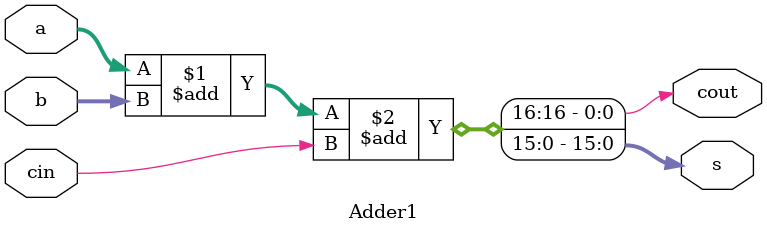
<source format=v>
module ALU(Ain,Bin,ALUop,out,stat);
  input [15:0]      Ain, Bin;
  input [1:0]       ALUop;
  output reg [15:0] out;
  output reg [2:0]  stat;

  wire              aovf, sovf;
  wire [15:0]       added, subbed;

  AddSub #(16) Add(Ain,Bin,1'b0,added,aovf);
  AddSub #(16) Sub(Ain,Bin,1'b1,subbed,sovf) ;

  always @(*) begin
    case (ALUop)
      2'b00: out = added;
      2'b01: out = subbed;
      2'b10: out = Ain & Bin;
      2'b11: out = ~Bin;
      default: out = 0;
    endcase
    casex (out)
      16'b0000000000000000: stat[1:0] = 2'b01; // Zero
      16'b1xxxxxxxxxxxxxxx: stat[1:0] = 2'b10; // Negative
      16'b0xxxxxxxxxxxxxxx: stat[1:0] = 2'b00; // Positive
      default: stat[1:0] = 2'b00;
    endcase
    casex ({aovf,sovf})
      2'b00: stat[2] = 1'b0;
      2'b1x: stat[2] = 1'b1; // Add Overflow
      2'bx1: stat[2] = 1'b1; // Sub Overflow
      default: stat[2] = 1'b0;
    endcase
  end
endmodule

// add a+b or subtract a-b, check for overflow
module AddSub(a,b,sub,s,ovf) ;
  parameter n = 16 ;
  input [n-1:0]     a, b ;
  input             sub ;             // subtract if sub=1, otherwise add
  output [n-1:0]    s ;
  output            ovf ;             // 1 if overflow
  wire              c1, c2 ;          // carry out of last two bits
  wire              ovf = c1 ^ c2 ;   // overflow if signs don't match

  // add non sign bits
  Adder1 #(n-1) ai(a[n-2:0],b[n-2:0]^{n-1{sub}},sub,c1,s[n-2:0]) ;
  // add sign bits
  Adder1 #(1)   as(a[n-1],b[n-1]^sub,c1,c2,s[n-1]) ;
endmodule

// multi-bit adder - behavioral
module Adder1(a,b,cin,cout,s) ;
  parameter n = 16 ;
  input [n-1:0]     a, b ;
  input             cin ;
  output [n-1:0]    s ;
  output            cout ;
  wire [n-1:0]      s;
  wire              cout ;

  assign {cout, s} = a + b + cin ;
endmodule

</source>
